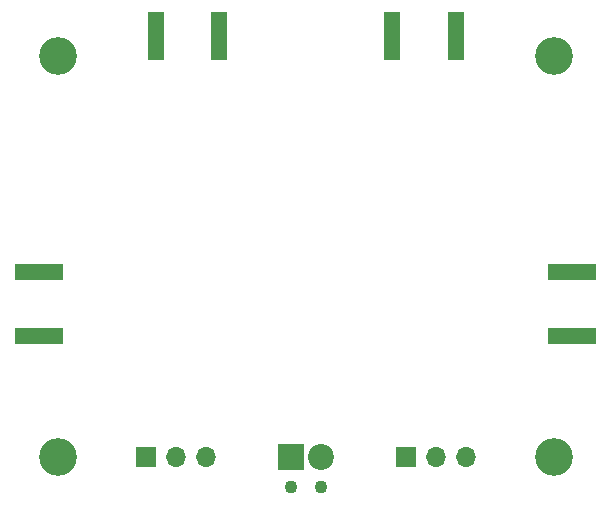
<source format=gbr>
%TF.GenerationSoftware,KiCad,Pcbnew,8.0.2*%
%TF.CreationDate,2025-01-07T09:10:32-03:00*%
%TF.ProjectId,LumiCom_Transmitter,4c756d69-436f-46d5-9f54-72616e736d69,rev?*%
%TF.SameCoordinates,Original*%
%TF.FileFunction,Soldermask,Bot*%
%TF.FilePolarity,Negative*%
%FSLAX46Y46*%
G04 Gerber Fmt 4.6, Leading zero omitted, Abs format (unit mm)*
G04 Created by KiCad (PCBNEW 8.0.2) date 2025-01-07 09:10:32*
%MOMM*%
%LPD*%
G01*
G04 APERTURE LIST*
G04 Aperture macros list*
%AMRoundRect*
0 Rectangle with rounded corners*
0 $1 Rounding radius*
0 $2 $3 $4 $5 $6 $7 $8 $9 X,Y pos of 4 corners*
0 Add a 4 corners polygon primitive as box body*
4,1,4,$2,$3,$4,$5,$6,$7,$8,$9,$2,$3,0*
0 Add four circle primitives for the rounded corners*
1,1,$1+$1,$2,$3*
1,1,$1+$1,$4,$5*
1,1,$1+$1,$6,$7*
1,1,$1+$1,$8,$9*
0 Add four rect primitives between the rounded corners*
20,1,$1+$1,$2,$3,$4,$5,0*
20,1,$1+$1,$4,$5,$6,$7,0*
20,1,$1+$1,$6,$7,$8,$9,0*
20,1,$1+$1,$8,$9,$2,$3,0*%
G04 Aperture macros list end*
%ADD10RoundRect,0.102000X1.950000X0.600000X-1.950000X0.600000X-1.950000X-0.600000X1.950000X-0.600000X0*%
%ADD11C,3.200000*%
%ADD12R,1.700000X1.700000*%
%ADD13O,1.700000X1.700000*%
%ADD14RoundRect,0.102000X-0.600000X1.950000X-0.600000X-1.950000X0.600000X-1.950000X0.600000X1.950000X0*%
%ADD15RoundRect,0.102000X-1.950000X-0.600000X1.950000X-0.600000X1.950000X0.600000X-1.950000X0.600000X0*%
%ADD16C,1.100000*%
%ADD17R,2.200000X2.200000*%
%ADD18C,2.200000*%
G04 APERTURE END LIST*
D10*
%TO.C,J2*%
X47590000Y14300000D03*
X47590000Y19700000D03*
%TD*%
D11*
%TO.C,H2*%
X46000000Y4000000D03*
%TD*%
%TO.C,H1*%
X4000000Y38000000D03*
%TD*%
D12*
%TO.C,JP_A1*%
X33475000Y4000000D03*
D13*
X36015000Y4000000D03*
X38554999Y4000000D03*
%TD*%
D12*
%TO.C,JP_A0*%
X11474999Y4000000D03*
D13*
X14014999Y4000000D03*
X16554998Y4000000D03*
%TD*%
D11*
%TO.C,H4*%
X4000000Y4000000D03*
%TD*%
D14*
%TO.C,J5*%
X17700000Y39700000D03*
X12300000Y39700000D03*
%TD*%
D11*
%TO.C,H3*%
X46000000Y38000000D03*
%TD*%
D15*
%TO.C,J3*%
X2410000Y19700000D03*
X2410000Y14300000D03*
%TD*%
D16*
%TO.C,J1*%
X23730000Y1460000D03*
X26270000Y1460000D03*
D17*
X23730000Y4000000D03*
D18*
X26270000Y4000000D03*
%TD*%
D14*
%TO.C,J4*%
X37700000Y39700000D03*
X32300000Y39700000D03*
%TD*%
M02*

</source>
